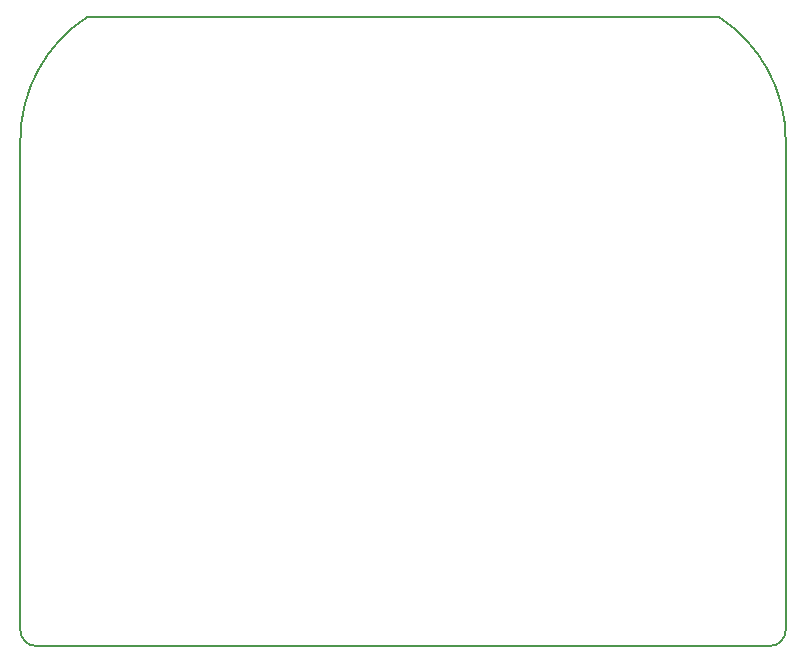
<source format=gbr>
%TF.GenerationSoftware,KiCad,Pcbnew,(6.0.0-0)*%
%TF.CreationDate,2022-01-03T00:26:05+01:00*%
%TF.ProjectId,Nestbox,4e657374-626f-4782-9e6b-696361645f70,rev?*%
%TF.SameCoordinates,Original*%
%TF.FileFunction,Profile,NP*%
%FSLAX46Y46*%
G04 Gerber Fmt 4.6, Leading zero omitted, Abs format (unit mm)*
G04 Created by KiCad (PCBNEW (6.0.0-0)) date 2022-01-03 00:26:05*
%MOMM*%
%LPD*%
G01*
G04 APERTURE LIST*
%TA.AperFunction,Profile*%
%ADD10C,0.200000*%
%TD*%
G04 APERTURE END LIST*
D10*
X163850000Y-69575000D02*
G75*
G03*
X158204482Y-79972578I6752057J-10397576D01*
G01*
X222999638Y-79972578D02*
G75*
G03*
X217354120Y-69575000I-12397575J2D01*
G01*
X222999638Y-79972578D02*
X222999638Y-121472578D01*
X221649638Y-122822578D02*
X159554482Y-122822578D01*
X221649638Y-122822578D02*
G75*
G03*
X222999638Y-121472578I-1J1350001D01*
G01*
X158204482Y-121472578D02*
X158204482Y-79972578D01*
X158204482Y-121472578D02*
G75*
G03*
X159554482Y-122822578I1350001J1D01*
G01*
X163850000Y-69575000D02*
X217354120Y-69575000D01*
M02*

</source>
